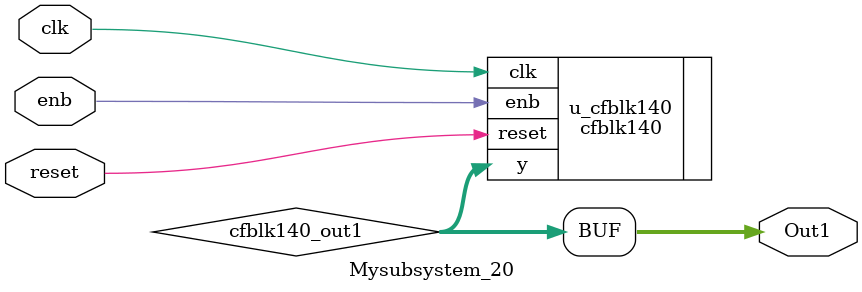
<source format=v>



`timescale 1 ns / 1 ns

module Mysubsystem_20
          (clk,
           reset,
           enb,
           Out1);


  input   clk;
  input   reset;
  input   enb;
  output  [7:0] Out1;  // uint8


  wire [7:0] cfblk140_out1;  // uint8


  cfblk140 u_cfblk140 (.clk(clk),
                       .reset(reset),
                       .enb(enb),
                       .y(cfblk140_out1)  // uint8
                       );

  assign Out1 = cfblk140_out1;

endmodule  // Mysubsystem_20


</source>
